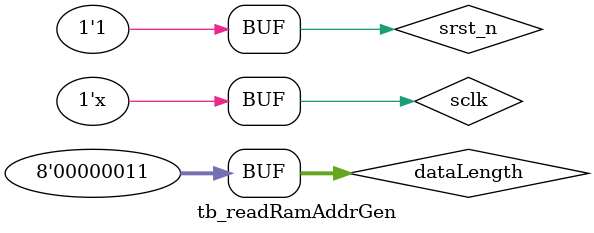
<source format=v>

`timescale 10ns / 10ns
module tb_readRamAddrGen ();
/////////////////////////////////////////////
// parameter and signals
/////////////////////////////////////////////
// parameter

// regs or wires
reg sclk = 0;
reg srst_n = 0;
wire txBusy;
reg[15:0] counter = 0;
/////////////////////////////////////////////
// main code
/////////////////////////////////////////////
// System clock
always #10 sclk = ~sclk;

//inital
initial begin
    #0
     srst_n = 0;
    //txBusy = 0;
    #30
     srst_n = 1;
    //#10
    //txBusy = 1;
    //#10
    //txBusy = 0;
end

always @ (posedge sclk) begin
    counter <= (counter == 50)? 0 : counter + 1;
end

assign txBusy = (counter >= 40)? 0 : 1;
reg[7:0] dataLength = 3;

wire[7:0] addr;
wire fin,txtrig;

wire p,n,np;
// models
eageDector ed_test_inst(
               .clk(sclk),
               .signal(srst_n),
               .signal_posedge(p),
               .signal_negedge(n),
               .signal_dual_eage(np)
           );

readRamAddrGen rrag_inst(
                   .enable(p),
                   .txBusy(txBusy & ~fin),

                   .dataLength(dataLength),
                   .txTrig(txtrig),

                   .ramAddress(addr),
                   .finishFlag(fin)
               );

/////////////////////////////////////////////
// code end
/////////////////////////////////////////////
endmodule

</source>
